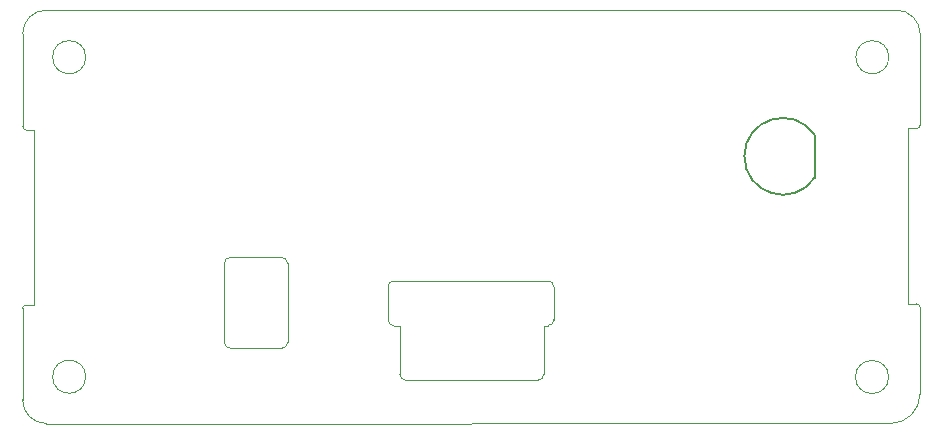
<source format=gko>
G04 #@! TF.FileFunction,Profile,NP*
%FSLAX46Y46*%
G04 Gerber Fmt 4.6, Leading zero omitted, Abs format (unit mm)*
G04 Created by KiCad (PCBNEW (2016-09-17 revision 679eef1)-makepkg) date 09/25/16 18:07:17*
%MOMM*%
%LPD*%
G01*
G04 APERTURE LIST*
%ADD10C,0.150000*%
%ADD11C,0.100000*%
%ADD12C,0.020000*%
G04 APERTURE END LIST*
D10*
D11*
X43635227Y-31327916D02*
X32435227Y-31327916D01*
X43635227Y-31327916D02*
G75*
G03X44135227Y-30827916I0J500000D01*
G01*
X44135227Y-26707916D02*
X44135227Y-30827916D01*
X17585227Y-28627916D02*
X21935227Y-28627916D01*
X21935227Y-28627916D02*
G75*
G03X22435227Y-28127916I0J500000D01*
G01*
X22435227Y-21427916D02*
X22435227Y-28127916D01*
X22435227Y-21427916D02*
G75*
G03X21935227Y-20927916I-500000J0D01*
G01*
X21935227Y-20927916D02*
X17585227Y-20927916D01*
X17585227Y-20927916D02*
G75*
G03X17085227Y-21427916I0J-500000D01*
G01*
X17085227Y-21427916D02*
X17085227Y-28127916D01*
X17085227Y-28127916D02*
G75*
G03X17585227Y-28627916I500000J0D01*
G01*
X31935227Y-30827916D02*
G75*
G03X32435227Y-31327916I500000J0D01*
G01*
X31935227Y-26707916D02*
X31935227Y-30827916D01*
X44135227Y-26707916D02*
X44485227Y-26707916D01*
X31935227Y-26707916D02*
X31435227Y-26707916D01*
X44485227Y-26707916D02*
G75*
G03X44985227Y-26207916I0J500000D01*
G01*
X44985227Y-23427916D02*
X44985227Y-26207916D01*
X30935227Y-26207916D02*
G75*
G03X31435227Y-26707916I500000J0D01*
G01*
X30935227Y-23427916D02*
X30935227Y-26207916D01*
X31435227Y-22927916D02*
G75*
G03X30935227Y-23427916I0J-500000D01*
G01*
X44485227Y-22927916D02*
X31435227Y-22927916D01*
X44985227Y-23427916D02*
G75*
G03X44485227Y-22927916I-500000J0D01*
G01*
D12*
X0Y-33000000D02*
G75*
G03X2000000Y-35000000I2000000J0D01*
G01*
X75990000Y-2000000D02*
G75*
G03X73990000Y0I-2000000J0D01*
G01*
X1999999Y0D02*
G75*
G03X0Y-2000001I1J-2000000D01*
G01*
X5345000Y-3985000D02*
G75*
G03X5345000Y-3985000I-1400000J0D01*
G01*
X5345000Y-31035000D02*
G75*
G03X5345000Y-31035000I-1400000J0D01*
G01*
X73320000Y-31060000D02*
G75*
G03X73320000Y-31060000I-1400000J0D01*
G01*
X75990000Y-25160000D02*
G75*
G03X75690000Y-24860000I-300000J0D01*
G01*
X75690000Y-10020000D02*
G75*
G03X75990000Y-9720000I0J300000D01*
G01*
X0Y-9820000D02*
G75*
G03X300000Y-10120000I300000J0D01*
G01*
X300000Y-24960000D02*
G75*
G03X0Y-25260000I0J-300000D01*
G01*
X0Y-2000000D02*
X0Y-9820000D01*
X0Y-25260000D02*
X0Y-33000000D01*
X75990000Y-25160000D02*
X75990000Y-32500000D01*
X75990000Y-2000000D02*
X75990000Y-9720000D01*
X74999999Y-10020000D02*
X75690000Y-10020000D01*
X75000000Y-24860000D02*
X74999999Y-10020000D01*
X75000000Y-24860000D02*
X75690000Y-24860000D01*
X990000Y-10120000D02*
X990000Y-24960000D01*
X990000Y-10120000D02*
X300000Y-10120000D01*
X990000Y-24960000D02*
X300000Y-24960000D01*
X73345000Y-3985000D02*
G75*
G03X73345000Y-3985000I-1400000J0D01*
G01*
X75990000Y-32500000D02*
G75*
G02X73500000Y-34990000I-2490000J0D01*
G01*
X73500000Y-34990000D02*
X2000000Y-35000000D01*
X2000000Y0D02*
X73990000Y0D01*
D10*
X67060227Y-14183718D02*
G75*
G02X67060227Y-10563718I-2700000J1810000D01*
G01*
X67060227Y-10563718D02*
X67060227Y-14183718D01*
M02*

</source>
